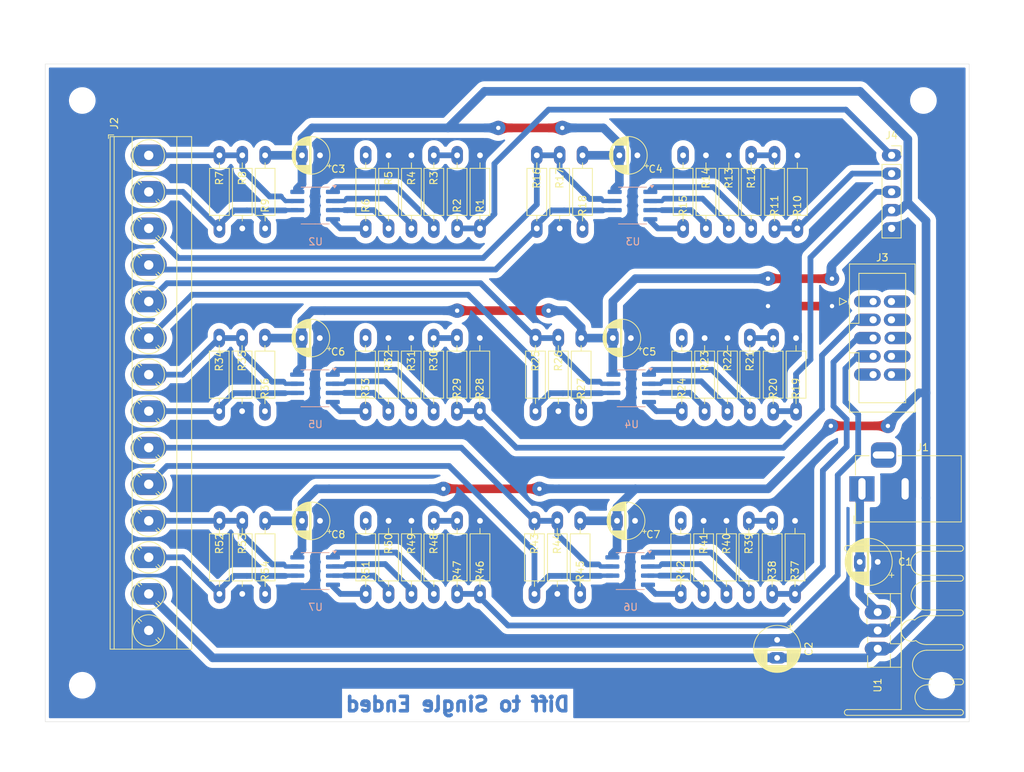
<source format=kicad_pcb>
(kicad_pcb (version 20240108) (generator "pcbnew") (generator_version "8.0")
  (layers (0 "F.Cu" signal) (31 "B.Cu" signal) (34 "B.Paste" user) (35 "F.Paste" user) (36 "B.SilkS" user "B.Silkscreen") (37 "F.SilkS" user "F.Silkscreen") (38 "B.Mask" user) (39 "F.Mask" user) (44 "Edge.Cuts" user))
  (net 0 "")
  (net 1 "GND")
  (net 2 "Net-(U1-VI)")
  (net 3 "+5V")
  (net 5 "/V-")
  (net 6 "/Z+")
  (net 7 "/V+")
  (net 8 "/U-")
  (net 9 "/W+")
  (net 10 "/Z-")
  (net 11 "/A-")
  (net 12 "/U+")
  (net 13 "/A+")
  (net 14 "/W-")
  (net 15 "/B+")
  (net 16 "/B-")
  (net 17 "/RO_U")
  (net 18 "/RO_V")
  (net 19 "/RO_W")
  (net 23 "/RO_B")
  (net 24 "/RO_Z")
  (net 25 "/RO_A")
  (net 26 "Net-(U2-RO)")
  (net 27 "Net-(U2-~{RE})")
  (net 28 "Net-(U2-DE)")
  (net 29 "Net-(U3-RO)")
  (net 30 "Net-(U3-~{RE})")
  (net 31 "Net-(U3-DE)")
  (net 32 "Net-(U4-RO)")
  (net 33 "Net-(U4-~{RE})")
  (net 34 "Net-(U4-DE)")
  (net 35 "Net-(U5-RO)")
  (net 36 "Net-(U5-~{RE})")
  (net 37 "Net-(U5-DE)")
  (net 38 "Net-(U6-RO)")
  (net 39 "Net-(U6-~{RE})")
  (net 40 "Net-(U6-DE)")
  (net 41 "Net-(U7-RO)")
  (net 42 "Net-(U7-~{RE})")
  (net 43 "Net-(U7-DE)")
  (net 44 "Net-(U7-DI)")
  (net 46 "Net-(R2-Pad2)")
  (net 47 "Net-(U2-DI)")
  (net 49 "Net-(R11-Pad2)")
  (net 51 "Net-(U3-DI)")
  (net 52 "Net-(R20-Pad2)")
  (net 53 "Net-(U4-DI)")
  (net 55 "Net-(R29-Pad2)")
  (net 56 "Net-(U5-DI)")
  (net 58 "Net-(R38-Pad2)")
  (net 59 "Net-(U6-DI)")
  (net 61 "Net-(R47-Pad2)")
  (footprint "inqbe:0.25W_resistor" (layer "F.Cu") (at 81.28 114.3 -90)
    (property "Reference" "R49")
    (property "Value" "100")
  )
  (footprint "inqbe:0.25W_resistor" (layer "F.Cu") (at 128.292459 88.9 -90)
    (property "Reference" "R21")
    (property "Value" "100")
  )
  (footprint "inqbe:0.25W_resistor" (layer "F.Cu") (at 54.61 114.3 -90)
    (property "Reference" "R52")
    (property "Value" "120")
  )
  (footprint "inqbe:0.25W_resistor" (layer "F.Cu") (at 54.585 88.9 -90)
    (property "Reference" "R34")
    (property "Value" "120")
  )
  (footprint "inqbe:0.25W_resistor" (layer "F.Cu") (at 90.78 88.9 -90)
    (property "Reference" "R28")
    (property "Value" "1K")
  )
  (footprint "inqbe:0.25W_resistor" (layer "F.Cu") (at 118.69 114.3 -90)
    (property "Reference" "R42")
    (property "Value" "100")
  )
  (footprint "inqbe:0.25W_resistor" (layer "F.Cu") (at 78.105 63.5 -90)
    (property "Reference" "R5")
    (property "Value" "100")
  )
  (footprint "inqbe:0.25W_resistor" (layer "F.Cu") (at 60.96 73.66 90)
    (property "Reference" "R9")
    (property "Value" "20K")
  )
  (footprint "inqbe:0.25W_resistor" (layer "F.Cu") (at 57.785 114.3 -90)
    (property "Reference" "R53")
    (property "Value" "20K")
  )
  (footprint "inqbe:CP_Radial_D5.0mm_P2.50mm" (layer "F.Cu") (at 112.665 63.5 180)
    (property "Reference" "C4")
    (property "Value" "10uF/16V")
  )
  (footprint "inqbe:0.25W_resistor" (layer "F.Cu") (at 128.15 114.3 -90)
    (property "Reference" "R39")
    (property "Value" "100")
  )
  (footprint "inqbe:0.25W_resistor" (layer "F.Cu") (at 78.08 88.9 -90)
    (property "Reference" "R32")
    (property "Value" "100")
  )
  (footprint "inqbe:0.25W_resistor" (layer "F.Cu") (at 101.87 63.5 -90)
    (property "Reference" "R17")
    (property "Value" "20K")
  )
  (footprint "inqbe:0.25W_resistor" (layer "F.Cu") (at 122.19 63.5 -90)
    (property "Reference" "R14")
    (property "Value" "100")
  )
  (footprint "inqbe:0.25W_resistor" (layer "F.Cu") (at 128.475 63.5 -90)
    (property "Reference" "R12")
    (property "Value" "100")
  )
  (footprint "inqbe:0.25W_resistor" (layer "F.Cu") (at 119.015 63.5 -90)
    (property "Reference" "R15")
    (property "Value" "100")
  )
  (footprint "inqbe:0.25W_resistor" (layer "F.Cu") (at 90.805 63.5 -90)
    (property "Reference" "R1")
    (property "Value" "1K")
  )
  (footprint "inqbe:0.25W_resistor" (layer "F.Cu") (at 84.39 114.3 -90)
    (property "Reference" "R48")
    (property "Value" "100")
  )
  (footprint "Connector_BarrelJack:BarrelJack_Horizontal" (layer "F.Cu") (at 143.86 109.855 180)
    (property "Reference" "J1")
    (property "Value" "Barrel_Jack_Switch")
  )
  (footprint "inqbe:0.25W_resistor" (layer "F.Cu") (at 78.105 114.3 -90)
    (property "Reference" "R50")
    (property "Value" "100")
  )
  (footprint "inqbe:0.25W_resistor" (layer "F.Cu") (at 74.905 88.9 -90)
    (property "Reference" "R33")
    (property "Value" "100")
  )
  (footprint "inqbe:0.25W_resistor" (layer "F.Cu") (at 74.93 63.5 -90)
    (property "Reference" "R6")
    (property "Value" "100")
  )
  (footprint "inqbe:0.25W_resistor" (layer "F.Cu") (at 84.365 88.9 -90)
    (property "Reference" "R30")
    (property "Value" "100")
  )
  (footprint "inqbe:0.25W_resistor" (layer "F.Cu") (at 131.715 73.66 90)
    (property "Reference" "R11")
    (property "Value" "2K")
  )
  (footprint "inqbe:CP_Radial_D5.0mm_P2.50mm" (layer "F.Cu") (at 111.76 88.9 180)
    (property "Reference" "C5")
    (property "Value" "10uF/16V")
  )
  (footprint "inqbe:0.25W_resistor" (layer "F.Cu") (at 125.04 114.3 -90)
    (property "Reference" "R40")
    (property "Value" "100")
  )
  (footprint "inqbe:0.25W_resistor" (layer "F.Cu") (at 104.862459 99.06 90)
    (property "Reference" "R27")
    (property "Value" "20K")
  )
  (footprint "inqbe:0.25W_resistor" (layer "F.Cu") (at 84.39 63.5 -90)
    (property "Reference" "R3")
    (property "Value" "100")
  )
  (footprint "inqbe:0.25W_resistor" (layer "F.Cu") (at 105.045 73.66 90)
    (property "Reference" "R18")
    (property "Value" "20K")
  )
  (footprint "inqbe:0.25W_resistor" (layer "F.Cu") (at 134.89 63.5 -90)
    (property "Reference" "R10")
    (property "Value" "1K")
  )
  (footprint "inqbe:0.25W_resistor" (layer "F.Cu") (at 81.28 63.5 -90)
    (property "Reference" "R4")
    (property "Value" "100")
  )
  (footprint "inqbe:0.25W_resistor" (layer "F.Cu") (at 98.512459 88.9 -90)
    (property "Reference" "R25")
    (property "Value" "120")
  )
  (footprint "inqbe:CP_Radial_D6.3mm_P2.50mm" (layer "F.Cu") (at 146.05 120.015 180)
    (property "Reference" "C1")
    (property "Value" "100uF")
  )
  (footprint "MountingHole:MountingHole_3.2mm_M3" (layer "F.Cu") (at 152.4 55.88)
    (property "Reference" "REF**" (hide yes))
    (property "Value" "MountingHole_3.2mm_M3" (hide yes))
  )
  (footprint "inqbe:0.25W_resistor" (layer "F.Cu") (at 122.007459 88.9 -90)
    (property "Reference" "R23")
    (property "Value" "100")
  )
  (footprint "inqbe:0.25W_resistor" (layer "F.Cu") (at 54.61 63.5 -90)
    (property "Reference" "R7")
    (property "Value" "120")
  )
  (footprint "inqbe:0.25W_resistor" (layer "F.Cu") (at 104.72 124.46 90)
    (property "Reference" "R45")
    (property "Value" "20K")
  )
  (footprint "inqbe:0.25W_resistor" (layer "F.Cu") (at 125.182459 88.9 -90)
    (property "Reference" "R22")
    (property "Value" "100")
  )
  (footprint "inqbe:0.25W_resistor" (layer "F.Cu") (at 118.832459 88.9 -90)
    (property "Reference" "R24")
    (property "Value" "100")
  )
  (footprint "inqbe:0.25W_resistor" (layer "F.Cu") (at 131.39 124.46 90)
    (property "Reference" "R38")
    (property "Value" "2K")
  )
  (footprint "inqbe:0.25W_resistor" (layer "F.Cu") (at 131.532459 99.06 90)
    (property "Reference" "R20")
    (property "Value" "2K")
  )
  (footprint "inqbe:0.25W_resistor" (layer "F.Cu") (at 101.687459 88.9 -90)
    (property "Reference" "R26")
    (property "Value" "20K")
  )
  (footprint "inqbe:0.25W_resistor" (layer "F.Cu") (at 87.605 99.06 90)
    (property "Reference" "R29")
    (property "Value" "2K")
  )
  (footprint "inqbe:CP_Radial_D5.0mm_P2.50mm" (layer "F.Cu") (at 68.58 114.3 180)
    (property "Reference" "C8")
    (property "Value" "10uF/16V")
  )
  (footprint "inqbe:0.25W_resistor" (layer "F.Cu") (at 121.865 114.3 -90)
    (property "Reference" "R41")
    (property "Value" "100")
  )
  (footprint "inqbe:0.25W_resistor" (layer "F.Cu") (at 74.93 114.3 -90)
    (property "Reference" "R51")
    (property "Value" "100")
  )
  (footprint "inqbe:0.25W_resistor" (layer "F.Cu") (at 98.37 114.3 -90)
    (property "Reference" "R43")
    (property "Value" "120")
  )
  (footprint "inqbe:0.25W_resistor" (layer "F.Cu") (at 60.935 99.06 90)
    (property "Reference" "R36")
    (property "Value" "20K")
  )
  (footprint "TerminalBlock_Phoenix:TerminalBlock_Phoenix_MKDS-3-14-5.08_1x14_P5.08mm_Horizontal" (layer "F.Cu") (at 44.79 63.5 -90)
    (property "Reference" "J2")
    (property "Value" "DE15_Receptacle_HighDensity" (hide yes))
  )
  (footprint "inqbe:0.25W_resistor" (layer "F.Cu") (at 57.785 63.5 -90)
    (property "Reference" "R8")
    (property "Value" "20K")
  )
  (footprint "inqbe:0.25W_resistor" (layer "F.Cu") (at 134.707459 88.9 -90)
    (property "Reference" "R19")
    (property "Value" "1K")
  )
  (footprint "inqbe:0.25W_resistor" (layer "F.Cu") (at 101.545 114.3 -90)
    (property "Reference" "R44")
    (property "Value" "20K")
  )
  (footprint "inqbe:0.25W_resistor" (layer "F.Cu") (at 60.96 124.46 90)
    (property "Reference" "R54")
    (property "Value" "20K")
  )
  (footprint "inqbe:IDC-Header_2x05_P2.54mm_Vertical" (layer "F.Cu") (at 145.415 83.82)
    (property "Reference" "J3")
    (property "Value" "Conn_02x05_Odd_Even")
  )
  (footprint "Connector_PinSocket_2.54mm:PinSocket_1x05_P2.54mm_Vertical" (layer "F.Cu") (at 147.98 63.5)
    (property "Reference" "J4")
    (property "Value" "Conn_01x05_Socket")
  )
  (footprint "MountingHole:MountingHole_3.2mm_M3" (layer "F.Cu") (at 154.94 137.16)
    (property "Reference" "REF**" (hide yes))
    (property "Value" "MountingHole_3.2mm_M3" (hide yes))
  )
  (footprint "inqbe:0.25W_resistor" (layer "F.Cu") (at 98.695 63.5 -90)
    (property "Reference" "R16")
    (property "Value" "120")
  )
  (footprint "inqbe:0.25W_resistor" (layer "F.Cu") (at 57.76 88.9 -90)
    (property "Reference" "R35")
    (property "Value" "20K")
  )
  (footprint "inqbe:0.25W_resistor" (layer "F.Cu") (at 87.63 73.66 90)
    (property "Reference" "R2")
    (property "Value" "2K")
  )
  (footprint "MountingHole:MountingHole_3.2mm_M3" (layer "F.Cu") (at 35.56 55.88)
    (property "Reference" "REF**" (hide yes))
    (property "Value" "MountingHole_3.2mm_M3" (hide yes))
  )
  (footprint "inqbe:0.25W_resistor" (layer "F.Cu") (at 81.255 88.9 -90)
    (property "Reference" "R31")
    (property "Value" "100")
  )
  (footprint "inqbe:0.25W_resistor" (layer "F.Cu") (at 134.565 114.3 -90)
    (property "Reference" "R37")
    (property "Value" "1K")
  )
  (footprint "inqbe:0.25W_resistor" (layer "F.Cu") (at 125.365 63.5 -90)
    (property "Reference" "R13")
    (property "Value" "100")
  )
  (footprint "inqbe:TO-220-3_Vertical_HS48_PL48_Heatsink_Without_mounting" (layer "F.Cu") (at 146.05 127 -90)
    (property "Reference" "U1")
    (property "Value" "LM7805_TO220")
  )
  (footprint "inqbe:CP_Radial_D5.0mm_P2.50mm" (layer "F.Cu") (at 68.555 88.9 180)
    (property "Reference" "C6")
    (property "Value" "10uF/16V")
  )
  (footprint "inqbe:CP_Radial_D5.0mm_P2.50mm" (layer "F.Cu") (at 112.34 114.3 180)
    (property "Reference" "C7")
    (property "Value" "10uF/16V")
  )
  (footprint "MountingHole:MountingHole_3.2mm_M3" (layer "F.Cu") (at 35.56 137.16)
    (property "Reference" "REF**" (hide yes))
    (property "Value" "MountingHole_3.2mm_M3" (hide yes))
  )
  (footprint "inqbe:CP_Radial_D5.0mm_P2.50mm" (layer "F.Cu") (at 68.58 63.5 180)
    (property "Reference" "C3")
    (property "Value" "10uF/16V")
  )
  (footprint "inqbe:CP_Radial_D6.3mm_P2.50mm" (layer "F.Cu") (at 132.08 130.85 -90)
    (property "Reference" "C2")
    (property "Value" "100uF")
  )
  (footprint "inqbe:0.25W_resistor" (layer "F.Cu") (at 90.805 114.3 -90)
    (property "Reference" "R46")
    (property "Value" "1K")
  )
  (footprint "inqbe:0.25W_resistor" (layer "F.Cu") (at 87.63 124.46 90)
    (property "Reference" "R47")
    (property "Value" "2K")
  )
  (footprint "Package_SO:SOIC-8_3.9x4.9mm_P1.27mm" (layer "B.Cu") (at 67.905113 70.485 180)
    (property "Reference" "U2")
    (property "Value" "MAX485E")
  )
  (footprint "Package_SO:SOIC-8_3.9x4.9mm_P1.27mm" (layer "B.Cu") (at 67.880113 95.885 180)
    (property "Reference" "U5")
    (property "Value" "MAX485E")
  )
  (footprint "Package_SO:SOIC-8_3.9x4.9mm_P1.27mm" (layer "B.Cu") (at 111.990113 70.485 180)
    (property "Reference" "U3")
    (property "Value" "MAX485E")
  )
  (footprint "Package_SO:SOIC-8_3.9x4.9mm_P1.27mm" (layer "B.Cu") (at 111.665113 121.285 180)
    (property "Reference" "U6")
    (property "Value" "MAX485E")
  )
  (footprint "Package_SO:SOIC-8_3.9x4.9mm_P1.27mm" (layer "B.Cu") (at 111.807572 95.885 180)
    (property "Reference" "U4")
    (property "Value" "MAX485E")
  )
  (footprint "Package_SO:SOIC-8_3.9x4.9mm_P1.27mm" (layer "B.Cu") (at 67.905113 121.285 180)
    (property "Reference" "U7")
    (property "Value" "MAX485E")
  )
  (gr_rect (start 30.42 50.8) (end 158.75 142.24) (stroke (width 0.05)) (fill none) (layer "Edge.Cuts"))
  (gr_text "Diff to Single Ended" (at 103.505 140.97 0) (layer "B.Cu") (effects (font (size 2 2) (thickness 0.5) (bold yes)) (justify left bottom mirror)))
  (segment (start 130.81 84.455) (end 139.7 84.455) (width 1.2) (layer "F.Cu") (net 1))
  (via (at 130.81 84.455) (size 2) (drill 0.6) (layers "F.Cu" "B.Cu") (net 1))
  (via (at 139.7 84.455) (size 2) (drill 0.6) (layers "F.Cu" "B.Cu") (net 1))
  (segment (start 143.55 120.015) (end 143.55 124.5) (width 1.2) (layer "B.Cu") (net 2))
  (segment (start 143.55 124.5) (end 146.05 127) (width 1.2) (layer "B.Cu") (net 2))
  (segment (start 143.86 109.855) (end 143.55 110.165) (width 1.2) (layer "B.Cu") (net 2))
  (segment (start 143.55 110.165) (end 143.55 120.015) (width 1.2) (layer "B.Cu") (net 2))
  (segment (start 93.345 59.69) (end 102.235 59.69) (width 1.2) (layer "F.Cu") (net 3))
  (segment (start 147.467006 101.112006) (end 139.541405 101.112006) (width 1.2) (layer "F.Cu") (net 3))
  (segment (start 85.725 109.855) (end 99.06 109.855) (width 1.2) (layer "F.Cu") (net 3))
  (segment (start 139.7 80.645) (end 130.81 80.645) (width 1.2) (layer "F.Cu") (net 3))
  (segment (start 87.63 85.09) (end 100.33 85.09) (width 1.2) (layer "F.Cu") (net 3))
  (segment (start 139.541405 101.112006) (end 139.541393 101.111994) (width 1.2) (layer "F.Cu") (net 3))
  (via (at 139.541393 101.111994) (size 2) (drill 0.6) (layers "F.Cu" "B.Cu") (net 3))
  (via (at 87.63 85.09) (size 2) (drill 0.6) (layers "F.Cu" "B.Cu") (net 3))
  (via (at 93.345 59.69) (size 2) (drill 0.6) (layers "F.Cu" "B.Cu") (net 3))
  (via (at 130.81 80.645) (size 2) (drill 0.6) (layers "F.Cu" "B.Cu") (net 3))
  (via (at 139.7 80.645) (size 2) (drill 0.6) (layers "F.Cu" "B.Cu") (net 3))
  (via (at 100.33 85.09) (size 2) (drill 0.6) (layers "F.Cu" "B.Cu") (net 3))
  (via (at 102.235 59.69) (size 2) (drill 0.6) (layers "F.Cu" "B.Cu") (net 3))
  (via (at 99.06 109.855) (size 2) (drill 0.6) (layers "F.Cu" "B.Cu") (net 3))
  (via (at 147.467006 101.112006) (size 2) (drill 0.6) (layers "F.Cu" "B.Cu") (net 3))
  (via (at 85.725 109.855) (size 2) (drill 0.6) (layers "F.Cu" "B.Cu") (net 3))
  (segment (start 60.96 114.3) (end 66.08 114.3) (width 1.2) (layer "B.Cu") (net 3))
  (segment (start 130.804428 109.855) (end 139.541393 101.118035) (width 1.2) (layer "B.Cu") (net 3))
  (segment (start 152.76 111.125) (end 152.76 96.52) (width 1.2) (layer "B.Cu") (net 3))
  (segment (start 132.08 133.35) (end 53.68 133.35) (width 1.2) (layer "B.Cu") (net 3))
  (segment (start 67.49 59.69) (end 86.36 59.69) (width 1.2) (layer "B.Cu") (net 3))
  (segment (start 147.338019 71.12) (end 139.7 78.758019) (width 1.2) (layer "B.Cu") (net 3))
  (segment (start 66.055 86.5) (end 67.465 85.09) (width 1.2) (layer "B.Cu") (net 3))
  (segment (start 69.85 109.855) (end 85.725 109.855) (width 1.2) (layer "B.Cu") (net 3))
  (segment (start 53.68 133.35) (end 44.79 124.46) (width 1.2) (layer "B.Cu") (net 3))
  (segment (start 147.467006 100.817994) (end 147.467006 101.112006) (width 1.2) (layer "B.Cu") (net 3))
  (segment (start 150.23 61.25) (end 143.59 54.61) (width 1.2) (layer "B.Cu") (net 3))
  (segment (start 152.76 96.52) (end 151.765 96.52) (width 1.2) (layer "B.Cu") (net 3))
  (segment (start 152.76 72.602081) (end 150.23 70.072081) (width 1.2) (layer "B.Cu") (net 3))
  (segment (start 60.935 88.9) (end 66.055 88.9) (width 1.2) (layer "B.Cu") (net 3))
  (segment (start 151.765 96.52) (end 147.467006 100.817994) (width 1.2) (layer "B.Cu") (net 3))
  (segment (start 101.775 109.855) (end 112.395 109.855) (width 1.2) (layer "B.Cu") (net 3))
  (segment (start 110.165 67.500113) (end 109.515113 68.15) (width 1.2) (layer "B.Cu") (net 3))
  (segment (start 150.23 70.072081) (end 150.23 61.25) (width 1.2) (layer "B.Cu") (net 3))
  (segment (start 139.541393 101.118035) (end 139.541393 101.111994) (width 1.2) (layer "B.Cu") (net 3))
  (segment (start 144.78 133.35) (end 146.05 132.08) (width 1.2) (layer "B.Cu") (net 3))
  (segment (start 152.76 96.52) (end 152.76 72.602081) (width 1.2) (layer "B.Cu") (net 3))
  (segment (start 105.045 63.5) (end 110.165 63.5) (width 1.2) (layer "B.Cu") (net 3))
  (segment (start 68.125 109.855) (end 69.85 109.855) (width 1.2) (layer "B.Cu") (net 3))
  (segment (start 130.81 80.645) (end 112.395 80.645) (width 1.2) (layer "B.Cu") (net 3))
  (segment (start 66.055 92.900113) (end 65.405113 93.55) (width 1.2) (layer "B.Cu") (net 3))
  (segment (start 110.165 61.905) (end 110.165 63.5) (width 1.2) (layer "B.Cu") (net 3))
  (segment (start 100.33 85.09) (end 102.552459 85.09) (width 1.2) (layer "B.Cu") (net 3))
  (segment (start 104.862459 88.9) (end 109.26 88.9) (width 1.2) (layer "B.Cu") (net 3))
  (segment (start 152.76 127.004437) (end 152.76 111.125) (width 1.2) (layer "B.Cu") (net 3))
  (segment (start 91.44 54.61) (end 86.36 59.69) (width 1.2) (layer "B.Cu") (net 3))
  (segment (start 107.95 59.69) (end 110.165 61.905) (width 1.2) (layer "B.Cu") (net 3))
  (segment (start 66.08 63.5) (end 66.08 61.1) (width 1.2) (layer "B.Cu") (net 3))
  (segment (start 110.165 63.5) (end 110.165 67.500113) (width 1.2) (layer "B.Cu") (net 3))
  (segment (start 66.08 118.300113) (end 65.430113 118.95) (width 1.2) (layer "B.Cu") (net 3))
  (segment (start 147.98 71.12) (end 147.338019 71.12) (width 1.2) (layer "B.Cu") (net 3))
  (segment (start 109.26 88.9) (end 109.26 83.78) (width 1.2) (layer "B.Cu") (net 3))
  (segment (start 132.08 133.35) (end 144.78 133.35) (width 1.2) (layer "B.Cu") (net 3))
  (segment (start 67.465 85.09) (end 69.215 85.09) (width 1.2) (layer "B.Cu") (net 3))
  (segment (start 66.08 67.500113) (end 65.430113 68.15) (width 1.2) (layer "B.Cu") (net 3))
  (segment (start 109.26 93.477428) (end 109.332572 93.55) (width 1.2) (layer "B.Cu") (net 3))
  (segment (start 66.08 63.5) (end 66.08 67.500113) (width 1.2) (layer "B.Cu") (net 3))
  (segment (start 109.84 114.3) (end 109.84 112.41) (width 1.2) (layer "B.Cu") (net 3))
  (segment (start 69.215 85.09) (end 87.63 85.09) (width 1.2) (layer "B.Cu") (net 3))
  (segment (start 109.26 88.9) (end 109.26 93.477428) (width 1.2) (layer "B.Cu") (net 3))
  (segment (start 109.26 83.78) (end 112.395 80.645) (width 1.2) (layer "B.Cu") (net 3))
  (segment (start 60.96 63.5) (end 66.08 63.5) (width 1.2) (layer "B.Cu") (net 3))
  (segment (start 86.36 59.69) (end 93.345 59.69) (width 1.2) (layer "B.Cu") (net 3))
  (segment (start 99.06 109.855) (end 101.775 109.855) (width 1.2) (layer "B.Cu") (net 3))
  (segment (start 102.235 59.69) (end 107.95 59.69) (width 1.2) (layer "B.Cu") (net 3))
  (segment (start 104.72 114.3) (end 109.84 114.3) (width 1.2) (layer "B.Cu") (net 3))
  (segment (start 66.055 88.9) (end 66.055 92.900113) (width 1.2) (layer "B.Cu") (net 3))
  (segment (start 146.05 132.08) (end 147.684437 132.08) (width 1.2) (layer "B.Cu") (net 3))
  (segment (start 66.08 114.3) (end 66.08 111.9) (width 1.2) (layer "B.Cu") (net 3))
  (segment (start 112.395 109.855) (end 130.804428 109.855) (width 1.2) (layer "B.Cu") (net 3))
  (segment (start 104.862459 87.4) (end 102.552459 85.09) (width 1.2) (layer "B.Cu") (net 3))
  (segment (start 109.84 112.41) (end 112.395 109.855) (width 1.2) (layer "B.Cu") (net 3))
  (segment (start 147.684437 132.08) (end 152.76 127.004437) (width 1.2) (layer "B.Cu") (net 3))
  (segment (start 139.7 78.758019) (end 139.7 80.645) (width 1.2) (layer "B.Cu") (net 3))
  (segment (start 147.98 71.12) (end 149.182081 71.12) (width 1.2) (layer "B.Cu") (net 3))
  (segment (start 66.08 61.1) (end 67.49 59.69) (width 1.2) (layer "B.Cu") (net 3))
  (segment (start 109.84 114.3) (end 109.84 118.300113) (width 1.2) (layer "B.Cu") (net 3))
  (segment (start 66.055 88.9) (end 66.055 86.5) (width 1.2) (layer "B.Cu") (net 3))
  (segment (start 66.08 114.3) (end 66.08 118.300113) (width 1.2) (layer "B.Cu") (net 3))
  (segment (start 104.862459 88.9) (end 104.862459 87.4) (width 1.2) (layer "B.Cu") (net 3))
  (segment (start 66.08 111.9) (end 68.125 109.855) (width 1.2) (layer "B.Cu") (net 3))
  (segment (start 143.59 54.61) (end 91.44 54.61) (width 1.2) (layer "B.Cu") (net 3))
  (segment (start 109.84 118.300113) (end 109.190113 118.95) (width 1.2) (layer "B.Cu") (net 3))
  (segment (start 149.182081 71.12) (end 150.23 70.072081) (width 1.2) (layer "B.Cu") (net 3))
  (segment (start 105.7 120.36) (end 107.281767 120.36) (width 0.8) (layer "B.Cu") (net 5))
  (segment (start 101.545 116.205) (end 105.7 120.36) (width 0.8) (layer "B.Cu") (net 5))
  (segment (start 107.571767 120.65) (end 107.281767 120.36) (width 0.6) (layer "B.Cu") (net 5))
  (segment (start 101.545 114.3) (end 101.545 116.205) (width 0.8) (layer "B.Cu") (net 5))
  (segment (start 109.190113 120.65) (end 107.571767 120.65) (width 0.6) (layer "B.Cu") (net 5))
  (segment (start 98.37 114.3) (end 101.545 114.3) (width 0.8) (layer "B.Cu") (net 5))
  (segment (start 88.21 104.14) (end 98.37 114.3) (width 0.8) (layer "B.Cu") (net 5))
  (segment (start 44.79 104.14) (end 88.21 104.14) (width 0.8) (layer "B.Cu") (net 5))
  (segment (start 44.79 88.9) (end 50.81 82.88) (width 0.8) (layer "B.Cu") (net 6))
  (segment (start 104.862459 97.96) (end 104.862459 99.06) (width 0.8) (layer "B.Cu") (net 6))
  (segment (start 103.462459 96.56) (end 107.674226 96.56) (width 0.8) (layer "B.Cu") (net 6))
  (segment (start 100.512459 96.56) (end 102.322459 96.56) (width 0.8) (layer "B.Cu") (net 6))
  (segment (start 50.81 82.88) (end 89.164032 82.88) (width 0.8) (layer "B.Cu") (net 6))
  (segment (start 102.322459 96.56) (end 103.462459 96.56) (width 0.8) (layer "B.Cu") (net 6))
  (segment (start 98.512459 92.228427) (end 98.512459 99.06) (width 0.8) (layer "B.Cu") (net 6))
  (segment (start 98.512459 98.56) (end 100.512459 96.56) (width 0.8) (layer "B.Cu") (net 6))
  (segment (start 89.164032 82.88) (end 98.512459 92.228427) (width 0.8) (layer "B.Cu") (net 6))
  (segment (start 98.512459 99.06) (end 98.512459 98.56) (width 0.8) (layer "B.Cu") (net 6))
  (segment (start 107.714226 96.52) (end 107.674226 96.56) (width 0.6) (layer "B.Cu") (net 6))
  (segment (start 109.332572 96.52) (end 107.714226 96.52) (width 0.6) (layer "B.Cu") (net 6))
  (segment (start 103.462459 96.56) (end 104.862459 97.96) (width 0.8) (layer "B.Cu") (net 6))
  (segment (start 98.37 123.96) (end 100.37 121.96) (width 0.8) (layer "B.Cu") (net 7))
  (segment (start 44.79 109.22) (end 47.33 106.68) (width 0.8) (layer "B.Cu") (net 7))
  (segment (start 98.37 124.46) (end 98.37 123.96) (width 0.8) (layer "B.Cu") (net 7))
  (segment (start 103.32 121.96) (end 107.531767 121.96) (width 0.8) (layer "B.Cu") (net 7))
  (segment (start 86.513427 106.68) (end 98.37 118.536573) (width 0.8) (layer "B.Cu") (net 7))
  (segment (start 103.32 121.96) (end 104.72 123.36) (width 0.8) (layer "B.Cu") (net 7))
  (segment (start 104.72 123.36) (end 104.72 124.46) (width 0.8) (layer "B.Cu") (net 7))
  (segment (start 47.33 106.68) (end 86.513427 106.68) (width 0.8) (layer "B.Cu") (net 7))
  (segment (start 107.571767 121.92) (end 107.531767 121.96) (width 0.6) (layer "B.Cu") (net 7))
  (segment (start 98.37 118.536573) (end 98.37 124.46) (width 0.8) (layer "B.Cu") (net 7))
  (segment (start 109.190113 121.92) (end 107.571767 121.92) (width 0.6) (layer "B.Cu") (net 7))
  (segment (start 102.18 121.96) (end 103.32 121.96) (width 0.8) (layer "B.Cu") (net 7))
  (segment (start 100.37 121.96) (end 102.18 121.96) (width 0.8) (layer "B.Cu") (net 7))
  (segment (start 65.405113 95.25) (end 63.786767 95.25) (width 0.6) (layer "B.Cu") (net 8))
  (segment (start 49.505 93.98) (end 54.585 88.9) (width 0.8) (layer "B.Cu") (net 8))
  (segment (start 63.786767 95.25) (end 63.496767 94.96) (width 0.6) (layer "B.Cu") (net 8))
  (segment (start 57.76 90.805) (end 61.915 94.96) (width 0.8) (layer "B.Cu") (net 8))
  (segment (start 54.585 88.9) (end 57.76 88.9) (width 0.8) (layer "B.Cu") (net 8))
  (segment (start 61.915 94.96) (end 63.496767 94.96) (width 0.8) (layer "B.Cu") (net 8))
  (segment (start 57.76 88.9) (end 57.76 90.805) (width 0.8) (layer "B.Cu") (net 8))
  (segment (start 44.79 93.98) (end 49.505 93.98) (width 0.8) (layer "B.Cu") (net 8))
  (segment (start 56.61 121.96) (end 58.42 121.96) (width 0.8) (layer "B.Cu") (net 9))
  (segment (start 65.430113 121.92) (end 63.811767 121.92) (width 0.6) (layer "B.Cu") (net 9))
  (segment (start 63.811767 121.92) (end 63.771767 121.96) (width 0.6) (layer "B.Cu") (net 9))
  (segment (start 58.42 121.96) (end 59.56 121.96) (width 0.8) (layer "B.Cu") (net 9))
  (segment (start 54.61 123.96) (end 56.61 121.96) (width 0.8) (layer "B.Cu") (net 9))
  (segment (start 60.96 123.36) (end 60.96 124.46) (width 0.8) (layer "B.Cu") (net 9))
  (segment (start 49.53 119.38) (end 54.61 124.46) (width 0.8) (layer "B.Cu") (net 9))
  (segment (start 44.79 119.38) (end 49.53 119.38) (width 0.8) (layer "B.Cu") (net 9))
  (segment (start 54.61 124.46) (end 54.61 123.96) (width 0.8) (layer "B.Cu") (net 9))
  (segment (start 59.56 121.96) (end 63.771767 121.96) (width 0.8) (layer "B.Cu") (net 9))
  (segment (start 59.56 121.96) (end 60.96 123.36) (width 0.8) (layer "B.Cu") (net 9))
  (segment (start 105.842459 94.96) (end 107.424226 94.96) (width 0.8) (layer "B.Cu") (net 10))
  (segment (start 44.79 83.82) (end 47.33 81.28) (width 0.8) (layer "B.Cu") (net 10))
  (segment (start 107.714226 95.25) (end 107.424226 94.96) (width 0.6) (layer "B.Cu") (net 10))
  (segment (start 98.512459 88.9) (end 101.687459 88.9) (width 0.8) (layer "B.Cu") (net 10))
  (segment (start 101.687459 88.9) (end 101.687459 90.805) (width 0.8) (layer "B.Cu") (net 10))
  (segment (start 90.892459 81.28) (end 98.512459 88.9) (width 0.8) (layer "B.Cu") (net 10))
  (segment (start 109.332572 95.25) (end 107.714226 95.25) (width 0.6) (layer "B.Cu") (net 10))
  (segment (start 47.33 81.28) (end 90.892459 81.28) (width 0.8) (layer "B.Cu") (net 10))
  (segment (start 101.687459 90.805) (end 105.842459 94.96) (width 0.8) (layer "B.Cu") (net 10))
  (segment (start 63.155 69.215) (end 61.595 69.215) (width 0.8) (layer "B.Cu") (net 11))
  (segment (start 57.785 65.405) (end 57.785 63.5) (width 0.8) (layer "B.Cu") (net 11))
  (segment (start 63.79 69.85) (end 64.77 69.85) (width 0.6) (layer "B.Cu") (net 11))
  (segment (start 63.155 69.215) (end 63.79 69.85) (width 0.6) (layer "B.Cu") (net 11))
  (segment (start 54.61 63.5) (end 57.785 63.5) (width 0.8) (layer "B.Cu") (net 11))
  (segment (start 44.79 63.5) (end 54.61 63.5) (width 0.8) (layer "B.Cu") (net 11))
  (segment (start 61.595 69.215) (end 57.785 65.405) (width 0.8) (layer "B.Cu") (net 11))
  (segment (start 60.935 97.96) (end 60.935 99.06) (width 0.8) (layer "B.Cu") (net 12))
  (segment (start 54.585 99.06) (end 54.585 98.56) (width 0.8) (layer "B.Cu") (net 12))
  (segment (start 65.405113 96.52) (end 63.786767 96.52) (width 0.6) (layer "B.Cu") (net 12))
  (segment (start 54.585 98.56) (end 56.585 96.56) (width 0.8) (layer "B.Cu") (net 12))
  (segment (start 59.535 96.56) (end 60.935 97.96) (width 0.8) (layer "B.Cu") (net 12))
  (segment (start 56.585 96.56) (end 58.395 96.56) (width 0.8) (layer "B.Cu") (net 12))
  (segment (start 59.535 96.56) (end 63.746767 96.56) (width 0.8) (layer "B.Cu") (net 12))
  (segment (start 44.79 99.06) (end 54.585 99.06) (width 0.8) (layer "B.Cu") (net 12))
  (segment (start 58.395 96.56) (end 59.535 96.56) (width 0.8) (layer "B.Cu") (net 12))
  (segment (start 63.786767 96.52) (end 63.746767 96.56) (width 0.6) (layer "B.Cu") (net 12))
  (segment (start 60.96 72.56) (end 60.96 73.66) (width 0.8) (layer "B.Cu") (net 13))
  (segment (start 49.53 68.58) (end 54.61 73.66) (width 0.8) (layer "B.Cu") (net 13))
  (segment (start 56.61 71.16) (end 58.42 71.16) (width 0.8) (layer "B.Cu") (net 13))
  (segment (start 65.430113 71.12) (end 63.811767 71.12) (width 0.6) (layer "B.Cu") (net 13))
  (segment (start 63.811767 71.12) (end 63.771767 71.16) (width 0.6) (layer "B.Cu") (net 13))
  (segment (start 54.61 73.66) (end 54.61 73.16) (width 0.8) (layer "B.Cu") (net 13))
  (segment (start 44.79 68.58) (end 49.53 68.58) (width 0.8) (layer "B.Cu") (net 13))
  (segment (start 58.42 71.16) (end 59.56 71.16) (width 0.8) (layer "B.Cu") (net 13))
  (segment (start 59.56 71.16) (end 63.771767 71.16) (width 0.8) (layer "B.Cu") (net 13))
  (segment (start 59.56 71.16) (end 60.96 72.56) (width 0.8) (layer "B.Cu") (net 13))
  (segment (start 54.61 73.16) (end 56.61 71.16) (width 0.8) (layer "B.Cu") (net 13))
  (segment (start 54.61 114.3) (end 57.785 114.3) (width 0.8) (layer "B.Cu") (net 14))
  (segment (start 57.785 114.3) (end 57.785 116.205) (width 0.8) (layer "B.Cu") (net 14))
  (segment (start 65.430113 120.65) (end 63.811767 120.65) (width 0.6) (layer "B.Cu") (net 14))
  (segment (start 57.785 116.205) (end 61.94 120.36) (width 0.8) (layer "B.Cu") (net 14))
  (segment (start 61.94 120.36) (end 63.521767 120.36) (width 0.8) (layer "B.Cu") (net 14))
  (segment (start 44.79 114.3) (end 54.61 114.3) (width 0.8) (layer "B.Cu") (net 14))
  (segment (start 63.811767 120.65) (end 63.521767 120.36) (width 0.6) (layer "B.Cu") (net 14))
  (segment (start 98.695 73.16) (end 100.695 71.16) (width 0.8) (layer "B.Cu") (net 15))
  (segment (start 105.045 72.56) (end 105.045 73.66) (width 0.8) (layer "B.Cu") (net 15))
  (segment (start 103.645 71.16) (end 105.045 72.56) (width 0.8) (layer "B.Cu") (net 15))
  (segment (start 45.425 79.375) (end 92.98 79.375) (width 0.8) (layer "B.Cu") (net 15))
  (segment (start 103.645 71.16) (end 107.856767 71.16) (width 0.8) (layer "B.Cu") (net 15))
  (segment (start 109.515113 71.12) (end 107.896767 71.12) (width 0.6) (layer "B.Cu") (net 15))
  (segment (start 92.98 79.375) (end 98.695 73.66) (width 0.8) (layer "B.Cu") (net 15))
  (segment (start 100.695 71.16) (end 102.505 71.16) (width 0.8) (layer "B.Cu") (net 15))
  (segment (start 44.79 78.74) (end 45.425 79.375) (width 0.8) (layer "B.Cu") (net 15))
  (segment (start 98.695 73.66) (end 98.695 73.16) (width 0.8) (layer "B.Cu") (net 15))
  (segment (start 102.505 71.16) (end 103.645 71.16) (width 0.8) (layer "B.Cu") (net 15))
  (segment (start 107.896767 71.12) (end 107.856767 71.16) (width 0.6) (layer "B.Cu") (net 15))
  (segment (start 106.025 69.56) (end 101.87 65.405) (width 0.8) (layer "B.Cu") (net 16))
  (segment (start 107.606767 69.56) (end 107.896767 69.85) (width 0.6) (layer "B.Cu") (net 16))
  (segment (start 107.606767 69.56) (end 106.025 69.56) (width 0.8) (layer "B.Cu") (net 16))
  (segment (start 101.87 65.405) (end 101.87 63.5) (width 0.8) (layer "B.Cu") (net 16))
  (segment (start 48.905 77.775) (end 91.251573 77.775) (width 0.8) (layer "B.Cu") (net 16))
  (segment (start 44.79 73.66) (end 48.905 77.775) (width 0.8) (layer "B.Cu") (net 16))
  (segment (start 107.896767 69.85) (end 109.515113 69.85) (width 0.6) (layer "B.Cu") (net 16))
  (segment (start 91.251573 77.775) (end 98.695 70.331573) (width 0.8) (layer "B.Cu") (net 16))
  (segment (start 98.695 63.5) (end 101.87 63.5) (width 0.8) (layer "B.Cu") (net 16))
  (segment (start 98.695 70.331573) (end 98.695 63.5) (width 0.8) (layer "B.Cu") (net 16))
  (segment (start 138.307459 98.788427) (end 132.955886 104.14) (width 0.8) (layer "B.Cu") (net 17))
  (segment (start 132.955886 104.14) (end 95.86 104.14) (width 0.8) (layer "B.Cu") (net 17))
  (segment (start 95.86 104.14) (end 90.78 99.06) (width 0.8) (layer "B.Cu") (net 17))
  (segment (start 138.307459 91.308403) (end 138.307459 98.788427) (width 0.8) (layer "B.Cu") (net 17))
  (segment (start 87.605 99.06) (end 90.78 99.06) (width 0.8) (layer "B.Cu") (net 17))
  (segment (start 143.255862 86.36) (end 138.307459 91.308403) (width 0.8) (layer "B.Cu") (net 17))
  (segment (start 145.415 86.36) (end 143.255862 86.36) (width 0.8) (layer "B.Cu") (net 17))
  (segment (start 90.63 99.06) (end 90.63 99.56) (width 0.8) (layer "B.Cu") (net 17))
  (segment (start 141.741382 104.003618) (end 138.43 107.315) (width 0.8) (layer "B.Cu") (net 18))
  (segment (start 134.415 124.46) (end 134.415 124.96) (width 0.8) (layer "B.Cu") (net 18))
  (segment (start 131.39 124.46) (end 134.565 124.46) (width 0.8) (layer "B.Cu") (net 18))
  (segment (start 138.43 107.315) (end 138.43 120.595) (width 0.8) (layer "B.Cu") (net 18))
  (segment (start 143.255862 88.9) (end 139.907459 92.248403) (width 0.8) (layer "B.Cu") (net 18))
  (segment (start 141.741382 100.200735) (end 141.741382 104.003618) (width 0.8) (layer "B.Cu") (net 18))
  (segment (start 139.907459 92.248403) (end 139.907459 98.366812) (width 0.8) (layer "B.Cu") (net 18))
  (segment (start 145.415 88.9) (end 143.255862 88.9) (width 0.8) (layer "B.Cu") (net 18))
  (segment (start 138.43 120.595) (end 134.565 124.46) (width 0.8) (layer "B.Cu") (net 18))
  (segment (start 139.907459 98.366812) (end 141.741382 100.200735) (width 0.8) (layer "B.Cu") (net 18))
  (segment (start 143.341382 99.537993) (end 143.341382 105.10621) (width 0.8) (layer "B.Cu") (net 19))
  (segment (start 145.415 91.44) (end 143.255862 91.44) (width 0.8) (layer "B.Cu") (net 19))
  (segment (start 140.497592 121.855835) (end 133.503427 128.85) (width 0.8) (layer "B.Cu") (net 19))
  (segment (start 90.655 124.46) (end 90.655 124.96) (width 0.8) (layer "B.Cu") (net 19))
  (segment (start 90.805 124.96) (end 90.805 124.46) (width 0.8) (layer "B.Cu") (net 19))
  (segment (start 143.255862 91.44) (end 141.565 93.130862) (width 0.8) (layer "B.Cu") (net 19))
  (segment (start 143.341382 105.10621) (end 140.497592 107.95) (width 0.8) (layer "B.Cu") (net 19))
  (segment (start 87.63 124.46) (end 90.805 124.46) (width 0.8) (layer "B.Cu") (net 19))
  (segment (start 133.503427 128.85) (end 94.695 128.85) (width 0.8) (layer "B.Cu") (net 19))
  (segment (start 140.497592 107.95) (end 140.497592 121.855835) (width 0.8) (layer "B.Cu") (net 19))
  (segment (start 141.565 97.761611) (end 143.341382 99.537993) (width 0.8) (layer "B.Cu") (net 19))
  (segment (start 94.695 128.85) (end 90.805 124.96) (width 0.8) (layer "B.Cu") (net 19))
  (segment (start 141.565 93.130862) (end 141.565 97.761611) (width 0.8) (layer "B.Cu") (net 19))
  (segment (start 142.51 66.04) (end 134.89 73.66) (width 0.8) (layer "B.Cu") (net 23))
  (segment (start 131.715 73.66) (end 134.89 73.66) (width 0.8) (layer "B.Cu") (net 23))
  (segment (start 134.74 73.66) (end 134.74 74.16) (width 0.8) (layer "B.Cu") (net 23))
  (segment (start 147.98 66.04) (end 142.51 66.04) (width 0.8) (layer "B.Cu") (net 23))
  (segment (start 147.98 68.58) (end 145.83 68.58) (width 0.8) (layer "B.Cu") (net 24))
  (segment (start 134.707459 93.892541) (end 134.707459 99.06) (width 0.8) (layer "B.Cu") (net 24))
  (segment (start 131.532459 99.06) (end 134.707459 99.06) (width 0.8) (layer "B.Cu") (net 24))
  (segment (start 145.83 68.58) (end 136.707459 77.702541) (width 0.8) (layer "B.Cu") (net 24))
  (segment (start 134.557459 99.06) (end 134.557459 99.56) (width 0.8) (layer "B.Cu") (net 24))
  (segment (start 136.707459 91.892541) (end 134.707459 93.892541) (width 0.8) (layer "B.Cu") (net 24))
  (segment (start 136.707459 77.702541) (end 136.707459 91.892541) (width 0.8) (layer "B.Cu") (net 24))
  (segment (start 147.98 63.5) (end 141.63 57.15) (width 0.8) (layer "B.Cu") (net 25))
  (segment (start 92.805 71.66) (end 90.805 73.66) (width 0.8) (layer "B.Cu") (net 25))
  (segment (start 92.805 64.675) (end 92.805 71.66) (width 0.8) (layer "B.Cu") (net 25))
  (segment (start 87.63 73.66) (end 90.805 73.66) (width 0.8) (layer "B.Cu") (net 25))
  (segment (start 90.655 73.66) (end 90.655 74.16) (width 0.8) (layer "B.Cu") (net 25))
  (segment (start 100.33 57.15) (end 92.805 64.675) (width 0.8) (layer "B.Cu") (net 25))
  (segment (start 141.63 57.15) (end 100.33 57.15) (width 0.8) (layer "B.Cu") (net 25))
  (segment (start 70.810113 67.92) (end 70.380113 68.35) (width 0.8) (layer "B.Cu") (net 26))
  (segment (start 84.39 73.66) (end 84.39 73.16) (width 0.8) (layer "B.Cu") (net 26))
  (segment (start 84.39 73.16) (end 79.15 67.92) (width 0.8) (layer "B.Cu") (net 26))
  (segment (start 79.15 67.92) (end 70.810113 67.92) (width 0.8) (layer "B.Cu") (net 26))
  (segment (start 81.28 73.66) (end 81.28 73.16) (width 0.8) (layer "B.Cu") (net 27))
  (segment (start 77.64 69.52) (end 72.328459 69.52) (width 0.8) (layer "B.Cu") (net 27))
  (segment (start 81.28 73.16) (end 77.64 69.52) (width 0.8) (layer "B.Cu") (net 27))
  (segment (start 70.380113 69.85) (end 71.998459 69.85) (width 0.6) (layer "B.Cu") (net 27))
  (segment (start 71.998459 69.85) (end 72.328459 69.52) (width 0.6) (layer "B.Cu") (net 27))
  (segment (start 70.380113 71.12) (end 72.39 71.12) (width 0.6) (layer "B.Cu") (net 28))
  (segment (start 72.39 71.12) (end 71.998459 71.12) (width 0.8) (layer "B.Cu") (net 28))
  (segment (start 76.065 71.12) (end 72.39 71.12) (width 0.8) (layer "B.Cu") (net 28))
  (segment (start 78.105 73.66) (end 78.105 73.16) (width 0.8) (layer "B.Cu") (net 28))
  (segment (start 78.105 73.16) (end 76.065 71.12) (width 0.8) (layer "B.Cu") (net 28))
  (segment (start 128.475 73.16) (end 123.235 67.92) (width 0.8) (layer "B.Cu") (net 29))
  (segment (start 123.235 67.92) (end 114.895113 67.92) (width 0.8) (layer "B.Cu") (net 29))
  (segment (start 128.475 73.66) (end 128.475 73.16) (width 0.8) (layer "B.Cu") (net 29))
  (segment (start 114.895113 67.92) (end 114.465113 68.35) (width 0.8) (layer "B.Cu") (net 29))
  (segment (start 116.083459 69.85) (end 116.413459 69.52) (width 0.6) (layer "B.Cu") (net 30))
  (segment (start 121.725 69.52) (end 116.413459 69.52) (width 0.8) (layer "B.Cu") (net 30))
  (segment (start 125.365 73.16) (end 121.725 69.52) (width 0.8) (layer "B.Cu") (net 30))
  (segment (start 125.365 73.66) (end 125.365 73.16) (width 0.8) (layer "B.Cu") (net 30))
  (segment (start 114.465113 69.85) (end 116.083459 69.85) (width 0.6) (layer "B.Cu") (net 30))
  (segment (start 114.465113 71.12) (end 116.083459 71.12) (width 0.6) (layer "B.Cu") (net 31))
  (segment (start 122.19 73.16) (end 120.15 71.12) (width 0.8) (layer "B.Cu") (net 31))
  (segment (start 122.19 73.66) (end 122.19 73.16) (width 0.8) (layer "B.Cu") (net 31))
  (segment (start 120.15 71.12) (end 116.083459 71.12) (width 0.8) (layer "B.Cu") (net 31))
  (segment (start 123.052459 93.32) (end 114.712572 93.32) (width 0.8) (layer "B.Cu") (net 32))
  (segment (start 128.292459 98.56) (end 123.052459 93.32) (width 0.8) (layer "B.Cu") (net 32))
  (segment (start 114.712572 93.32) (end 114.282572 93.75) (width 0.8) (layer "B.Cu") (net 32))
  (segment (start 128.292459 99.06) (end 128.292459 98.56) (width 0.8) (layer "B.Cu") (net 32))
  (segment (start 125.182459 99.06) (end 125.182459 98.56) (width 0.8) (layer "B.Cu") (net 33))
  (segment (start 114.282572 95.25) (end 115.900918 95.25) (width 0.6) (layer "B.Cu") (net 33))
  (segment (start 125.182459 98.56) (end 121.542459 94.92) (width 0.8) (layer "B.Cu") (net 33))
  (segment (start 121.542459 94.92) (end 116.230918 94.92) (width 0.8) (layer "B.Cu") (net 33))
  (segment (start 115.900918 95.25) (end 116.230918 94.92) (width 0.6) (layer "B.Cu") (net 33))
  (segment (start 116.205 96.52) (end 115.900918 96.52) (width 0.8) (layer "B.Cu") (net 34))
  (segment (start 119.967459 96.52) (end 116.205 96.52) (width 0.8) (layer "B.Cu") (net 34))
  (segment (start 122.007459 98.56) (end 119.967459 96.52) (width 0.8) (layer "B.Cu") (net 34))
  (segment (start 114.282572 96.52) (end 116.205 96.52) (width 0.6) (layer "B.Cu") (net 34))
  (segment (start 122.007459 99.06) (end 122.007459 98.56) (width 0.8) (layer "B.Cu") (net 34))
  (segment (start 79.125 93.32) (end 70.785113 93.32) (width 0.8) (layer "B.Cu") (net 35))
  (segment (start 84.365 99.06) (end 84.365 98.56) (width 0.8) (layer "B.Cu") (net 35))
  (segment (start 70.785113 93.32) (end 70.355113 93.75) (width 0.8) (layer "B.Cu") (net 35))
  (segment (start 84.365 98.56) (end 79.125 93.32) (width 0.8) (layer "B.Cu") (net 35))
  (segment (start 71.973459 95.25) (end 72.303459 94.92) (width 0.6) (layer "B.Cu") (net 36))
  (segment (start 70.355113 95.25) (end 71.973459 95.25) (width 0.6) (layer "B.Cu") (net 36))
  (segment (start 77.615 94.92) (end 72.303459 94.92) (width 0.8) (layer "B.Cu") (net 36))
  (segment (start 81.255 98.56) (end 77.615 94.92) (width 0.8) (layer "B.Cu") (net 36))
  (segment (start 81.255 99.06) (end 81.255 98.56) (width 0.8) (layer "B.Cu") (net 36))
  (segment (start 78.08 99.06) (end 78.08 98.56) (width 0.8) (layer "B.Cu") (net 37))
  (segment (start 76.04 96.52) (end 71.973459 96.52) (width 0.8) (layer "B.Cu") (net 37))
  (segment (start 70.355113 96.52) (end 71.973459 96.52) (width 0.6) (layer "B.Cu") (net 37))
  (segment (start 78.08 98.56) (end 76.04 96.52) (width 0.8) (layer "B.Cu") (net 37))
  (segment (start 122.91 118.72) (end 114.570113 118.72) (width 0.8) (layer "B.Cu") (net 38))
  (segment (start 128.15 124.46) (end 128.15 123.96) (width 0.8) (layer "B.Cu") (net 38))
  (segment (start 128.15 123.96) (end 122.91 118.72) (width 0.8) (layer "B.Cu") (net 38))
  (segment (start 114.570113 118.72) (end 114.140113 119.15) (width 0.8) (layer "B.Cu") (net 38))
  (segment (start 114.140113 120.65) (end 115.758459 120.65) (width 0.6) (layer "B.Cu") (net 39))
  (segment (start 125.04 124.46) (end 125.04 123.96) (width 0.8) (layer "B.Cu") (net 39))
  (segment (start 125.04 123.96) (end 121.4 120.32) (width 0.8) (layer "B.Cu") (net 39))
  (segment (start 121.4 120.32) (end 116.088459 120.32) (width 0.8) (layer "B.Cu") (net 39))
  (segment (start 115.758459 120.65) (end 116.088459 120.32) (width 0.6) (layer "B.Cu") (net 39))
  (segment (start 114.140113 121.92) (end 115.758459 121.92) (width 0.6) (layer "B.Cu") (net 40))
  (segment (start 119.825 121.92) (end 115.758459 121.92) (width 0.8) (layer "B.Cu") (net 40))
  (segment (start 121.865 124.46) (end 121.865 123.96) (width 0.8) (layer "B.Cu") (net 40))
  (segment (start 121.865 123.96) (end 119.825 121.92) (width 0.8) (layer "B.Cu") (net 40))
  (segment (start 84.39 124.46) (end 84.39 123.96) (width 0.8) (layer "B.Cu") (net 41))
  (segment (start 79.15 118.72) (end 70.810113 118.72) (width 0.8) (layer "B.Cu") (net 41))
  (segment (start 84.39 123.96) (end 79.15 118.72) (width 0.8) (layer "B.Cu") (net 41))
  (segment (start 70.810113 118.72) (end 70.380113 119.15) (width 0.8) (layer "B.Cu") (net 41))
  (segment (start 71.998459 120.65) (end 72.328459 120.32) (width 0.6) (layer "B.Cu") (net 42))
  (segment (start 73.025 120.32) (end 72.328459 120.32) (width 0.8) (layer "B.Cu") (net 42))
  (segment (start 81.28 123.96) (end 77.64 120.32) (width 0.8) (layer "B.Cu") (net 42))
  (segment (start 81.28 124.46) (end 81.28 123.96) (width 0.8) (layer "B.Cu") (net 42))
  (segment (start 70.380113 120.65) (end 71.998459 120.65) (width 0.6) (layer "B.Cu") (net 42))
  (segment (start 77.64 120.32) (end 73.025 120.32) (width 0.8) (layer "B.Cu") (net 42))
  (segment (start 72.39 121.92) (end 71.998459 121.92) (width 0.8) (layer "B.Cu") (net 43))
  (segment (start 70.380113 121.92) (end 72.39 121.92) (width 0.6) (layer "B.Cu") (net 43))
  (segment (start 78.105 123.96) (end 76.065 121.92) (width 0.8) (layer "B.Cu") (net 43))
  (segment (start 78.105 124.46) (end 78.105 123.96) (width 0.8) (layer "B.Cu") (net 43))
  (segment (start 76.065 121.92) (end 72.39 121.92) (width 0.8) (layer "B.Cu") (net 43))
  (segment (start 74.93 124.46) (end 71.420113 124.46) (width 0.8) (layer "B.Cu") (net 44))
  (segment (start 71.420113 124.46) (end 70.380113 123.42) (width 0.8) (layer "B.Cu") (net 44))
  (segment (start 87.63 63.5) (end 84.39 63.5) (width 0.8) (layer "B.Cu") (net 46))
  (segment (start 74.93 73.66) (end 71.420113 73.66) (width 0.8) (layer "B.Cu") (net 47))
  (segment (start 71.420113 73.66) (end 70.380113 72.62) (width 0.8) (layer "B.Cu") (net 47))
  (segment (start 131.715 63.5) (end 128.475 63.5) (width 0.8) (layer "B.Cu") (net 49))
  (segment (start 119.015 73.66) (end 115.505113 73.66) (width 0.8) (layer "B.Cu") (net 51))
  (segment (start 115.505113 73.66) (end 114.465113 72.62) (width 0.8) (layer "B.Cu") (net 51))
  (segment (start 131.532459 88.9) (end 128.292459 88.9) (width 0.8) (layer "B.Cu") (net 52))
  (segment (start 115.322572 99.06) (end 114.282572 98.02) (width 0.8) (layer "B.Cu") (net 53))
  (segment (start 118.832459 99.06) (end 115.322572 99.06) (width 0.8) (layer "B.Cu") (net 53))
  (segment (start 87.605 88.9) (end 84.365 88.9) (width 0.8) (layer "B.Cu") (net 55))
  (segment (start 74.905 99.06) (end 71.395113 99.06) (width 0.8) (layer "B.Cu") (net 56))
  (segment (start 71.395113 99.06) (end 70.355113 98.02) (width 0.8) (layer "B.Cu") (net 56))
  (segment (start 131.39 114.3) (end 128.15 114.3) (width 0.8) (layer "B.Cu") (net 58))
  (segment (start 118.69 124.46) (end 115.180113 124.46) (width 0.8) (layer "B.Cu") (net 59))
  (segment (start 115.180113 124.46) (end 114.140113 123.42) (width 0.8) (layer "B.Cu") (net 59))
  (segment (start 87.63 114.3) (end 84.39 114.3) (width 0.8) (layer "B.Cu") (net 61))
  (zone (net 1) (net_name "GND") (layer "B.Cu") (connect_pads yes (clearance 0.5)) (min_thickness 0.25) (fill yes (thermal_gap 0.5) (thermal_bridge_width 0.5))
    (polygon (pts (xy 24.13 41.91) (xy 166.37 41.91) (xy 166.37 149.225) (xy 24.13 149.225)))
  )
)
</source>
